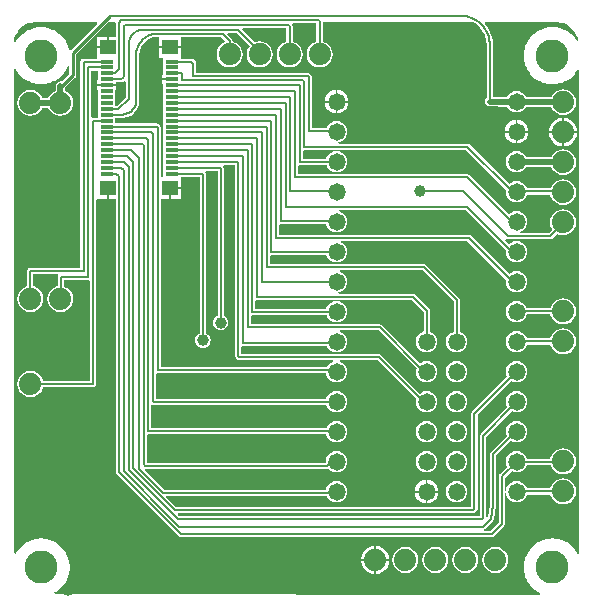
<source format=gtl>
G04*
G04 #@! TF.GenerationSoftware,Altium Limited,Altium Designer,21.6.1 (37)*
G04*
G04 Layer_Physical_Order=1*
G04 Layer_Color=255*
%FSLAX25Y25*%
%MOIN*%
G70*
G04*
G04 #@! TF.SameCoordinates,3D0E8F73-5774-4D33-84BA-408F2C82BF8C*
G04*
G04*
G04 #@! TF.FilePolarity,Positive*
G04*
G01*
G75*
%ADD24C,0.00787*%
%ADD25R,0.04331X0.01181*%
%ADD26R,0.05197X0.05118*%
%ADD27C,0.02000*%
%ADD28C,0.01000*%
%ADD29C,0.07400*%
%ADD30C,0.11024*%
%ADD31C,0.05800*%
%ADD32C,0.02362*%
%ADD33C,0.03937*%
G36*
X31734Y194120D02*
X22878Y185264D01*
X22339Y185411D01*
X22249Y185860D01*
X22122Y186234D01*
X22020Y186617D01*
X21604Y187620D01*
X21406Y187963D01*
X21231Y188317D01*
X20628Y189220D01*
X20367Y189518D01*
X20126Y189831D01*
X19358Y190599D01*
X19045Y190840D01*
X18747Y191101D01*
X17844Y191704D01*
X17490Y191879D01*
X17147Y192077D01*
X16144Y192493D01*
X15761Y192595D01*
X15387Y192722D01*
X14322Y192934D01*
X13927Y192960D01*
X13535Y193011D01*
X12449D01*
X12057Y192960D01*
X11662Y192934D01*
X10597Y192722D01*
X10222Y192595D01*
X9840Y192493D01*
X8837Y192077D01*
X8494Y191879D01*
X8140Y191704D01*
X7237Y191101D01*
X6939Y190840D01*
X6626Y190599D01*
X5858Y189831D01*
X5617Y189518D01*
X5356Y189220D01*
X4753Y188317D01*
X4578Y187962D01*
X4533Y187885D01*
X4033Y188019D01*
X4033Y188116D01*
X4151Y189015D01*
X4386Y189891D01*
X4733Y190728D01*
X5187Y191514D01*
X5738Y192233D01*
X6380Y192874D01*
X7099Y193426D01*
X7885Y193880D01*
X8722Y194227D01*
X9598Y194462D01*
X10497Y194580D01*
X10951Y194580D01*
X10951Y194580D01*
X10951Y194580D01*
X31543Y194582D01*
X31734Y194120D01*
D02*
G37*
G36*
X32078Y175213D02*
X31677D01*
Y173922D01*
X34843D01*
X38008D01*
Y174577D01*
X39490D01*
Y174557D01*
X40272Y174713D01*
X40687Y174990D01*
X41187Y174723D01*
Y171548D01*
Y169565D01*
X38383Y166761D01*
X37609D01*
Y172031D01*
X38008D01*
Y173322D01*
X34843D01*
X31677D01*
Y172031D01*
X32078D01*
Y170463D01*
Y166525D01*
Y162824D01*
X30315D01*
X30253Y162812D01*
X29753Y163186D01*
Y178515D01*
X32078D01*
Y175213D01*
D02*
G37*
G36*
X186319Y194474D02*
X187249Y194225D01*
X188138Y193856D01*
X188971Y193375D01*
X189735Y192789D01*
X190415Y192108D01*
X191001Y191345D01*
X191483Y190511D01*
X191851Y189622D01*
X192100Y188692D01*
X192111Y188608D01*
X191631Y188427D01*
X191101Y189220D01*
X190840Y189518D01*
X190599Y189831D01*
X189831Y190599D01*
X189518Y190840D01*
X189220Y191101D01*
X188317Y191704D01*
X187962Y191879D01*
X187620Y192077D01*
X186617Y192493D01*
X186234Y192595D01*
X185860Y192722D01*
X184795Y192934D01*
X184400Y192960D01*
X184008Y193011D01*
X182922D01*
X182530Y192960D01*
X182135Y192934D01*
X181070Y192722D01*
X180695Y192595D01*
X180313Y192493D01*
X179310Y192077D01*
X178967Y191879D01*
X178613Y191704D01*
X177710Y191101D01*
X177412Y190840D01*
X177099Y190599D01*
X176331Y189831D01*
X176090Y189518D01*
X175829Y189220D01*
X175226Y188317D01*
X175051Y187962D01*
X174853Y187620D01*
X174437Y186617D01*
X174335Y186234D01*
X174208Y185860D01*
X173996Y184795D01*
X173970Y184400D01*
X173918Y184008D01*
Y182922D01*
X173970Y182530D01*
X173996Y182135D01*
X174208Y181070D01*
X174335Y180695D01*
X174437Y180313D01*
X174853Y179310D01*
X175051Y178967D01*
X175226Y178613D01*
X175829Y177710D01*
X176090Y177412D01*
X176331Y177099D01*
X177099Y176331D01*
X177412Y176090D01*
X177710Y175829D01*
X178613Y175226D01*
X178967Y175051D01*
X179310Y174853D01*
X180313Y174437D01*
X180695Y174335D01*
X181070Y174208D01*
X182135Y173996D01*
X182530Y173970D01*
X182922Y173918D01*
X184008D01*
X184400Y173970D01*
X184795Y173996D01*
X185860Y174208D01*
X186234Y174335D01*
X186617Y174437D01*
X187620Y174853D01*
X187963Y175051D01*
X188317Y175226D01*
X189220Y175829D01*
X189518Y176090D01*
X189831Y176331D01*
X190599Y177099D01*
X190840Y177412D01*
X191101Y177710D01*
X191704Y178613D01*
X191738Y178682D01*
X192238Y178565D01*
X192473Y17461D01*
X191973Y17327D01*
X191879Y17490D01*
X191704Y17844D01*
X191101Y18747D01*
X190840Y19045D01*
X190599Y19358D01*
X189831Y20126D01*
X189518Y20367D01*
X189220Y20628D01*
X188317Y21231D01*
X187962Y21406D01*
X187620Y21604D01*
X186617Y22020D01*
X186234Y22122D01*
X185860Y22249D01*
X184795Y22461D01*
X184400Y22487D01*
X184008Y22538D01*
X182922D01*
X182530Y22487D01*
X182135Y22461D01*
X181070Y22249D01*
X180695Y22122D01*
X180313Y22020D01*
X179310Y21604D01*
X178967Y21406D01*
X178613Y21231D01*
X177710Y20628D01*
X177412Y20367D01*
X177099Y20126D01*
X176331Y19358D01*
X176090Y19045D01*
X175829Y18747D01*
X175226Y17844D01*
X175051Y17490D01*
X174853Y17147D01*
X174437Y16144D01*
X174335Y15762D01*
X174208Y15387D01*
X173996Y14322D01*
X173970Y13927D01*
X173918Y13535D01*
Y12449D01*
X173970Y12057D01*
X173996Y11662D01*
X174208Y10597D01*
X174335Y10222D01*
X174437Y9840D01*
X174853Y8837D01*
X175051Y8494D01*
X175226Y8140D01*
X175829Y7237D01*
X176090Y6939D01*
X176331Y6626D01*
X177099Y5858D01*
X177412Y5617D01*
X177710Y5356D01*
X178613Y4753D01*
X178967Y4578D01*
X179310Y4380D01*
X179404Y4341D01*
X179304Y3841D01*
X17537Y4028D01*
X17404Y4528D01*
X17490Y4578D01*
X17844Y4753D01*
X18747Y5356D01*
X19045Y5617D01*
X19358Y5858D01*
X20126Y6626D01*
X20367Y6939D01*
X20628Y7237D01*
X21231Y8140D01*
X21406Y8495D01*
X21604Y8837D01*
X22020Y9840D01*
X22122Y10222D01*
X22249Y10597D01*
X22461Y11662D01*
X22487Y12057D01*
X22538Y12449D01*
Y13535D01*
X22487Y13927D01*
X22461Y14322D01*
X22249Y15387D01*
X22122Y15762D01*
X22020Y16144D01*
X21604Y17147D01*
X21406Y17490D01*
X21231Y17844D01*
X20628Y18747D01*
X20367Y19045D01*
X20126Y19358D01*
X19358Y20126D01*
X19045Y20367D01*
X18747Y20628D01*
X17844Y21231D01*
X17490Y21406D01*
X17147Y21604D01*
X16144Y22020D01*
X15761Y22122D01*
X15387Y22249D01*
X14322Y22461D01*
X13927Y22487D01*
X13535Y22538D01*
X12449D01*
X12057Y22487D01*
X11662Y22461D01*
X10597Y22249D01*
X10222Y22122D01*
X9840Y22020D01*
X8837Y21604D01*
X8494Y21406D01*
X8140Y21231D01*
X7237Y20628D01*
X6939Y20367D01*
X6626Y20126D01*
X5858Y19358D01*
X5617Y19045D01*
X5356Y18747D01*
X4753Y17844D01*
X4578Y17490D01*
X4536Y17417D01*
X4036Y17551D01*
X4033Y178911D01*
X4533Y179045D01*
X4578Y178967D01*
X4753Y178613D01*
X5356Y177710D01*
X5617Y177412D01*
X5858Y177099D01*
X6626Y176331D01*
X6939Y176090D01*
X7237Y175829D01*
X8140Y175226D01*
X8495Y175051D01*
X8837Y174853D01*
X9840Y174437D01*
X10222Y174335D01*
X10597Y174208D01*
X11662Y173996D01*
X12057Y173970D01*
X12449Y173918D01*
X13535D01*
X13927Y173970D01*
X14322Y173996D01*
X15387Y174208D01*
X15762Y174335D01*
X16144Y174437D01*
X17147Y174853D01*
X17490Y175051D01*
X17844Y175226D01*
X18747Y175829D01*
X19045Y176090D01*
X19358Y176331D01*
X20126Y177099D01*
X20367Y177412D01*
X20628Y177710D01*
X21231Y178613D01*
X21406Y178967D01*
X21604Y179310D01*
X21879Y179973D01*
X22378Y179873D01*
Y177365D01*
X19870Y174856D01*
X19493Y174934D01*
X18868Y174813D01*
X18336Y174463D01*
X17980Y173936D01*
X17852Y173312D01*
X17842Y171706D01*
X17280Y171473D01*
X16382Y170784D01*
X15693Y169886D01*
X15480Y169372D01*
X13412Y169385D01*
X13205Y169886D01*
X12516Y170784D01*
X11618Y171473D01*
X10571Y171906D01*
X9449Y172054D01*
X8326Y171906D01*
X7281Y171473D01*
X6382Y170784D01*
X5693Y169886D01*
X5260Y168840D01*
X5112Y167717D01*
X5260Y166595D01*
X5693Y165549D01*
X6382Y164650D01*
X7281Y163961D01*
X8326Y163528D01*
X9449Y163380D01*
X10571Y163528D01*
X11618Y163961D01*
X12516Y164650D01*
X13205Y165549D01*
X13443Y166122D01*
X15460Y166110D01*
X15693Y165549D01*
X16382Y164650D01*
X17280Y163961D01*
X18327Y163528D01*
X19449Y163380D01*
X20572Y163528D01*
X21618Y163961D01*
X22516Y164650D01*
X23205Y165549D01*
X23638Y166595D01*
X23786Y167717D01*
X23638Y168840D01*
X23205Y169886D01*
X22516Y170784D01*
X21618Y171473D01*
X21104Y171686D01*
X21112Y172926D01*
X24293Y176107D01*
X24293Y176107D01*
X24536Y176471D01*
X24622Y176900D01*
X24622Y176900D01*
Y183835D01*
X35369Y194583D01*
X37516Y194583D01*
X37987Y194083D01*
Y189779D01*
X35576D01*
Y186220D01*
X35276D01*
Y185920D01*
X31677D01*
Y182661D01*
X31240Y182509D01*
X27165D01*
X26777Y182432D01*
X26449Y182212D01*
X26229Y181884D01*
X26152Y181496D01*
Y112824D01*
X9449D01*
X9061Y112747D01*
X8733Y112527D01*
X8513Y112199D01*
X8436Y111811D01*
Y106566D01*
X8326Y106551D01*
X7281Y106118D01*
X6382Y105429D01*
X5693Y104531D01*
X5260Y103484D01*
X5112Y102362D01*
X5260Y101240D01*
X5693Y100193D01*
X6382Y99295D01*
X7281Y98606D01*
X8326Y98173D01*
X9449Y98025D01*
X10571Y98173D01*
X11618Y98606D01*
X12516Y99295D01*
X13205Y100193D01*
X13638Y101240D01*
X13786Y102362D01*
X13638Y103484D01*
X13205Y104531D01*
X12516Y105429D01*
X11618Y106118D01*
X10571Y106551D01*
X10462Y106566D01*
Y110798D01*
X18527D01*
X18794Y110298D01*
X18749Y110231D01*
X18672Y109843D01*
Y106597D01*
X18327Y106551D01*
X17280Y106118D01*
X16382Y105429D01*
X15693Y104531D01*
X15260Y103484D01*
X15112Y102362D01*
X15260Y101240D01*
X15693Y100193D01*
X16382Y99295D01*
X17280Y98606D01*
X18327Y98173D01*
X19449Y98025D01*
X20572Y98173D01*
X21618Y98606D01*
X22516Y99295D01*
X23205Y100193D01*
X23638Y101240D01*
X23786Y102362D01*
X23638Y103484D01*
X23205Y104531D01*
X22516Y105429D01*
X21618Y106118D01*
X20698Y106499D01*
Y108830D01*
X28740D01*
X28802Y108842D01*
X29302Y108468D01*
Y75029D01*
X13653D01*
X13638Y75138D01*
X13205Y76185D01*
X12516Y77083D01*
X11618Y77772D01*
X10571Y78205D01*
X9449Y78353D01*
X8326Y78205D01*
X7281Y77772D01*
X6382Y77083D01*
X5693Y76185D01*
X5260Y75138D01*
X5112Y74016D01*
X5260Y72894D01*
X5693Y71847D01*
X6382Y70949D01*
X7281Y70260D01*
X8326Y69827D01*
X9449Y69679D01*
X10571Y69827D01*
X11618Y70260D01*
X12516Y70949D01*
X13205Y71847D01*
X13638Y72894D01*
X13653Y73003D01*
X30315D01*
X30703Y73080D01*
X31031Y73300D01*
X31251Y73628D01*
X31328Y74016D01*
Y135456D01*
X31677Y135811D01*
X34976D01*
Y139370D01*
X35576D01*
Y135811D01*
X37887D01*
Y44698D01*
X37964Y44311D01*
X38184Y43982D01*
X58882Y23284D01*
X59211Y23064D01*
X59598Y22987D01*
X163200D01*
X163588Y23064D01*
X163916Y23284D01*
X167216Y26584D01*
X167436Y26912D01*
X167513Y27300D01*
Y37717D01*
X168013Y37750D01*
X168086Y37196D01*
X168439Y36345D01*
X169000Y35614D01*
X169731Y35053D01*
X170582Y34700D01*
X171496Y34580D01*
X172410Y34700D01*
X173261Y35053D01*
X173992Y35614D01*
X174553Y36345D01*
X174897Y37176D01*
X182804D01*
X182819Y37067D01*
X183252Y36020D01*
X183941Y35122D01*
X184839Y34433D01*
X185886Y34000D01*
X187008Y33852D01*
X188130Y34000D01*
X189176Y34433D01*
X190075Y35122D01*
X190764Y36020D01*
X191197Y37067D01*
X191345Y38189D01*
X191197Y39312D01*
X190764Y40358D01*
X190075Y41256D01*
X189176Y41945D01*
X188130Y42378D01*
X187008Y42526D01*
X185886Y42378D01*
X184839Y41945D01*
X183941Y41256D01*
X183252Y40358D01*
X182819Y39312D01*
X182804Y39202D01*
X174832D01*
X174553Y39875D01*
X173992Y40606D01*
X173261Y41167D01*
X172410Y41520D01*
X171496Y41640D01*
X170582Y41520D01*
X169731Y41167D01*
X169000Y40606D01*
X168439Y39875D01*
X168086Y39024D01*
X168013Y38470D01*
X167513Y38503D01*
Y42694D01*
X169830Y45011D01*
X170582Y44700D01*
X171496Y44580D01*
X172410Y44700D01*
X173261Y45053D01*
X173992Y45614D01*
X174553Y46345D01*
X174832Y47019D01*
X182838D01*
X183252Y46020D01*
X183941Y45122D01*
X184839Y44433D01*
X185886Y44000D01*
X187008Y43852D01*
X188130Y44000D01*
X189176Y44433D01*
X190075Y45122D01*
X190764Y46020D01*
X191197Y47067D01*
X191345Y48189D01*
X191197Y49312D01*
X190764Y50358D01*
X190075Y51256D01*
X189176Y51945D01*
X188130Y52378D01*
X187008Y52526D01*
X185886Y52378D01*
X184839Y51945D01*
X183941Y51256D01*
X183252Y50358D01*
X182819Y49312D01*
X182784Y49045D01*
X174897D01*
X174553Y49875D01*
X173992Y50606D01*
X173261Y51167D01*
X172410Y51520D01*
X171496Y51640D01*
X170582Y51520D01*
X169731Y51167D01*
X169000Y50606D01*
X168439Y49875D01*
X168086Y49024D01*
X167966Y48110D01*
X168086Y47196D01*
X168398Y46444D01*
X166085Y44132D01*
X165784Y43930D01*
X165564Y43602D01*
X165487Y43214D01*
Y27720D01*
X162780Y25013D01*
X160582D01*
X160532Y25513D01*
X160788Y25564D01*
X161116Y25784D01*
X163557Y28225D01*
X163622Y28321D01*
X163702Y28406D01*
X163731Y28484D01*
X163777Y28553D01*
X163800Y28668D01*
X163841Y28776D01*
X164610Y33455D01*
X164608Y33538D01*
X164624Y33620D01*
Y50199D01*
X169588Y55163D01*
X169731Y55053D01*
X170582Y54700D01*
X171496Y54580D01*
X172410Y54700D01*
X173261Y55053D01*
X173992Y55614D01*
X174553Y56345D01*
X174906Y57196D01*
X175026Y58110D01*
X174906Y59024D01*
X174553Y59875D01*
X173992Y60606D01*
X173261Y61167D01*
X172410Y61520D01*
X171496Y61640D01*
X170582Y61520D01*
X169731Y61167D01*
X169000Y60606D01*
X168439Y59875D01*
X168086Y59024D01*
X167966Y58110D01*
X168086Y57196D01*
X168282Y56723D01*
X162894Y51335D01*
X162675Y51006D01*
X162598Y50619D01*
Y33703D01*
X161937Y29690D01*
X161749Y29559D01*
X161249Y29820D01*
Y56273D01*
X169941Y64966D01*
X170582Y64700D01*
X171496Y64580D01*
X172410Y64700D01*
X173261Y65053D01*
X173992Y65614D01*
X174553Y66345D01*
X174906Y67196D01*
X175026Y68110D01*
X174906Y69024D01*
X174553Y69875D01*
X173992Y70606D01*
X173261Y71167D01*
X172410Y71520D01*
X171496Y71640D01*
X170582Y71520D01*
X169731Y71167D01*
X169000Y70606D01*
X168439Y69875D01*
X168086Y69024D01*
X167966Y68110D01*
X168086Y67196D01*
X168439Y66345D01*
X168446Y66336D01*
X159520Y57409D01*
X159300Y57081D01*
X159223Y56693D01*
Y30013D01*
X58942D01*
X58530Y30425D01*
X58722Y30887D01*
X157074D01*
X157461Y30964D01*
X157790Y31184D01*
X158196Y31590D01*
X158416Y31919D01*
X158493Y32306D01*
Y63753D01*
X169774Y75035D01*
X170582Y74700D01*
X171496Y74580D01*
X172410Y74700D01*
X173261Y75053D01*
X173992Y75614D01*
X174553Y76345D01*
X174906Y77196D01*
X175026Y78110D01*
X174906Y79024D01*
X174553Y79875D01*
X173992Y80606D01*
X173261Y81167D01*
X172410Y81520D01*
X171496Y81640D01*
X170582Y81520D01*
X169731Y81167D01*
X169000Y80606D01*
X168439Y79875D01*
X168086Y79024D01*
X167966Y78110D01*
X168086Y77196D01*
X168374Y76500D01*
X156764Y64889D01*
X156544Y64561D01*
X156467Y64173D01*
Y32913D01*
X58004D01*
X54598Y36320D01*
X54789Y36782D01*
X108258D01*
X108439Y36345D01*
X109000Y35614D01*
X109731Y35053D01*
X110582Y34700D01*
X111496Y34580D01*
X112410Y34700D01*
X113261Y35053D01*
X113992Y35614D01*
X114553Y36345D01*
X114906Y37196D01*
X115026Y38110D01*
X114906Y39024D01*
X114553Y39875D01*
X113992Y40606D01*
X113261Y41167D01*
X112410Y41520D01*
X111496Y41640D01*
X110582Y41520D01*
X109731Y41167D01*
X109000Y40606D01*
X108439Y39875D01*
X108086Y39024D01*
X108058Y38808D01*
X54071D01*
X47599Y45280D01*
X47642Y45488D01*
X47816Y45770D01*
X108200D01*
X108588Y45847D01*
X108742Y45950D01*
X109000Y45614D01*
X109731Y45053D01*
X110582Y44700D01*
X111496Y44580D01*
X112410Y44700D01*
X113261Y45053D01*
X113992Y45614D01*
X114553Y46345D01*
X114906Y47196D01*
X115026Y48110D01*
X114906Y49024D01*
X114553Y49875D01*
X113992Y50606D01*
X113261Y51167D01*
X112410Y51520D01*
X111496Y51640D01*
X110582Y51520D01*
X109731Y51167D01*
X109000Y50606D01*
X108439Y49875D01*
X108086Y49024D01*
X107966Y48110D01*
X107563Y47797D01*
X48226D01*
Y48882D01*
Y56993D01*
X48369Y57117D01*
X48726Y57311D01*
X49006Y57255D01*
X108078D01*
X108086Y57196D01*
X108439Y56345D01*
X109000Y55614D01*
X109731Y55053D01*
X110582Y54700D01*
X111496Y54580D01*
X112410Y54700D01*
X113261Y55053D01*
X113992Y55614D01*
X114553Y56345D01*
X114906Y57196D01*
X115026Y58110D01*
X114906Y59024D01*
X114553Y59875D01*
X113992Y60606D01*
X113261Y61167D01*
X112410Y61520D01*
X111496Y61640D01*
X110582Y61520D01*
X109731Y61167D01*
X109000Y60606D01*
X108439Y59875D01*
X108193Y59281D01*
X49613D01*
Y66977D01*
X50113Y67244D01*
X50219Y67174D01*
X50606Y67097D01*
X108127D01*
X108439Y66345D01*
X109000Y65614D01*
X109731Y65053D01*
X110582Y64700D01*
X111496Y64580D01*
X112410Y64700D01*
X113261Y65053D01*
X113992Y65614D01*
X114553Y66345D01*
X114906Y67196D01*
X115026Y68110D01*
X114906Y69024D01*
X114553Y69875D01*
X113992Y70606D01*
X113261Y71167D01*
X112410Y71520D01*
X111496Y71640D01*
X110582Y71520D01*
X109731Y71167D01*
X109000Y70606D01*
X108439Y69875D01*
X108127Y69123D01*
X51213D01*
Y77461D01*
X51713Y77776D01*
X51900Y77739D01*
X108015D01*
X108086Y77196D01*
X108439Y76345D01*
X109000Y75614D01*
X109731Y75053D01*
X110582Y74700D01*
X111496Y74580D01*
X112410Y74700D01*
X113261Y75053D01*
X113992Y75614D01*
X114553Y76345D01*
X114906Y77196D01*
X115026Y78110D01*
X114906Y79024D01*
X114553Y79875D01*
X113992Y80606D01*
X113261Y81167D01*
X112410Y81520D01*
X112525Y81987D01*
X125241D01*
X138121Y69107D01*
X138086Y69024D01*
X137966Y68110D01*
X138086Y67196D01*
X138439Y66345D01*
X139000Y65614D01*
X139731Y65053D01*
X140582Y64700D01*
X141496Y64580D01*
X142410Y64700D01*
X143261Y65053D01*
X143992Y65614D01*
X144553Y66345D01*
X144906Y67196D01*
X145026Y68110D01*
X144906Y69024D01*
X144553Y69875D01*
X143992Y70606D01*
X143261Y71167D01*
X142410Y71520D01*
X141496Y71640D01*
X140582Y71520D01*
X139731Y71167D01*
X139276Y70818D01*
X126581Y83513D01*
X126377Y83716D01*
X126049Y83936D01*
X125661Y84013D01*
X79753D01*
Y86420D01*
X80253Y86794D01*
X80315Y86782D01*
X108258D01*
X108439Y86345D01*
X109000Y85614D01*
X109731Y85053D01*
X110582Y84700D01*
X111496Y84580D01*
X112410Y84700D01*
X113261Y85053D01*
X113992Y85614D01*
X114553Y86345D01*
X114906Y87196D01*
X115026Y88110D01*
X114906Y89024D01*
X114553Y89875D01*
X113992Y90606D01*
X113261Y91167D01*
X112700Y91400D01*
X112799Y91900D01*
X125564D01*
X138190Y79275D01*
X138086Y79024D01*
X137966Y78110D01*
X138086Y77196D01*
X138439Y76345D01*
X139000Y75614D01*
X139731Y75053D01*
X140582Y74700D01*
X141496Y74580D01*
X142410Y74700D01*
X143261Y75053D01*
X143992Y75614D01*
X144553Y76345D01*
X144906Y77196D01*
X145026Y78110D01*
X144906Y79024D01*
X144553Y79875D01*
X143992Y80606D01*
X143261Y81167D01*
X142410Y81520D01*
X141496Y81640D01*
X140582Y81520D01*
X139731Y81167D01*
X139410Y80921D01*
X126700Y93629D01*
X126372Y93849D01*
X125984Y93926D01*
X82903D01*
Y96657D01*
X83403Y97031D01*
X83465Y97019D01*
X108160D01*
X108439Y96345D01*
X109000Y95614D01*
X109731Y95053D01*
X110582Y94700D01*
X111496Y94580D01*
X112410Y94700D01*
X113261Y95053D01*
X113992Y95614D01*
X114553Y96345D01*
X114906Y97196D01*
X115026Y98110D01*
X114906Y99024D01*
X114553Y99875D01*
X113992Y100606D01*
X113261Y101167D01*
X112410Y101520D01*
X111496Y101640D01*
X110582Y101520D01*
X109731Y101167D01*
X109000Y100606D01*
X108439Y99875D01*
X108095Y99045D01*
X84478D01*
Y101774D01*
X84978Y102149D01*
X85039Y102137D01*
X136588D01*
X140719Y98005D01*
Y91538D01*
X140582Y91520D01*
X139731Y91167D01*
X139000Y90606D01*
X138439Y89875D01*
X138086Y89024D01*
X137966Y88110D01*
X138086Y87196D01*
X138439Y86345D01*
X139000Y85614D01*
X139731Y85053D01*
X140582Y84700D01*
X141496Y84580D01*
X142410Y84700D01*
X143261Y85053D01*
X143992Y85614D01*
X144553Y86345D01*
X144906Y87196D01*
X145026Y88110D01*
X144906Y89024D01*
X144553Y89875D01*
X143992Y90606D01*
X143261Y91167D01*
X142745Y91381D01*
Y98425D01*
X142707Y98618D01*
X142668Y98813D01*
X142668Y98813D01*
X142668Y98813D01*
X142548Y98993D01*
X142448Y99141D01*
X142448Y99141D01*
X142448Y99141D01*
X137724Y103866D01*
X137724Y103866D01*
X137724Y103866D01*
X137579Y103963D01*
X137396Y104086D01*
X137396Y104086D01*
X137396Y104086D01*
X137220Y104121D01*
X137008Y104163D01*
X137008Y104163D01*
X137008Y104163D01*
X112162D01*
X112129Y104663D01*
X112410Y104700D01*
X113261Y105053D01*
X113992Y105614D01*
X114553Y106345D01*
X114906Y107196D01*
X115026Y108110D01*
X114906Y109024D01*
X114553Y109875D01*
X113992Y110606D01*
X113261Y111167D01*
X112509Y111479D01*
X112608Y111979D01*
X140131D01*
X150562Y101549D01*
Y91511D01*
X149731Y91167D01*
X149000Y90606D01*
X148439Y89875D01*
X148086Y89024D01*
X147966Y88110D01*
X148086Y87196D01*
X148439Y86345D01*
X149000Y85614D01*
X149731Y85053D01*
X150582Y84700D01*
X151496Y84580D01*
X152410Y84700D01*
X153261Y85053D01*
X153992Y85614D01*
X154553Y86345D01*
X154906Y87196D01*
X155026Y88110D01*
X154906Y89024D01*
X154553Y89875D01*
X153992Y90606D01*
X153261Y91167D01*
X152588Y91446D01*
Y101969D01*
X152511Y102357D01*
X152511Y102357D01*
X152511Y102357D01*
X152423Y102489D01*
X152291Y102685D01*
X152291Y102685D01*
X141267Y113708D01*
X140939Y113928D01*
X140551Y114005D01*
X89202D01*
Y116735D01*
X89702Y117109D01*
X89764Y117097D01*
X108127D01*
X108439Y116345D01*
X109000Y115614D01*
X109731Y115053D01*
X110582Y114700D01*
X111496Y114580D01*
X112410Y114700D01*
X113261Y115053D01*
X113992Y115614D01*
X114553Y116345D01*
X114906Y117196D01*
X115026Y118110D01*
X114906Y119024D01*
X114553Y119875D01*
X113992Y120606D01*
X113261Y121167D01*
X112888Y121322D01*
X112987Y121822D01*
X155092D01*
X168063Y108850D01*
X167966Y108110D01*
X168086Y107196D01*
X168439Y106345D01*
X169000Y105614D01*
X169731Y105053D01*
X170582Y104700D01*
X171496Y104580D01*
X172410Y104700D01*
X173261Y105053D01*
X173992Y105614D01*
X174553Y106345D01*
X174906Y107196D01*
X175026Y108110D01*
X174906Y109024D01*
X174553Y109875D01*
X173992Y110606D01*
X173261Y111167D01*
X172410Y111520D01*
X171496Y111640D01*
X170582Y111520D01*
X169731Y111167D01*
X169098Y110681D01*
X156228Y123551D01*
X156228Y123551D01*
X155900Y123771D01*
X155900Y123771D01*
X155512Y123848D01*
X92352D01*
Y126970D01*
X92852Y127345D01*
X92913Y127333D01*
X108068D01*
X108086Y127196D01*
X108439Y126345D01*
X109000Y125614D01*
X109731Y125053D01*
X110582Y124700D01*
X111496Y124580D01*
X112410Y124700D01*
X113261Y125053D01*
X113992Y125614D01*
X114553Y126345D01*
X114906Y127196D01*
X115026Y128110D01*
X114906Y129024D01*
X114553Y129875D01*
X113992Y130606D01*
X113261Y131167D01*
X112410Y131520D01*
X112122Y131558D01*
X112154Y132058D01*
X154698D01*
X168045Y118711D01*
X167966Y118110D01*
X168086Y117196D01*
X168439Y116345D01*
X169000Y115614D01*
X169731Y115053D01*
X170582Y114700D01*
X171496Y114580D01*
X172410Y114700D01*
X173261Y115053D01*
X173992Y115614D01*
X174553Y116345D01*
X174906Y117196D01*
X175026Y118110D01*
X174906Y119024D01*
X174553Y119875D01*
X173992Y120606D01*
X173261Y121167D01*
X172410Y121520D01*
X171496Y121640D01*
X170582Y121520D01*
X169731Y121167D01*
X169009Y120613D01*
X167559Y122063D01*
X167877Y122452D01*
X168116Y122292D01*
X168504Y122215D01*
X182677D01*
X182677Y122215D01*
X182677Y122215D01*
X182857Y122251D01*
X183065Y122292D01*
X183065Y122292D01*
X183065Y122292D01*
X183230Y122403D01*
X183393Y122512D01*
X183394Y122512D01*
X183394Y122512D01*
X185008Y124127D01*
X185886Y123764D01*
X187008Y123616D01*
X188130Y123764D01*
X189176Y124197D01*
X190075Y124886D01*
X190764Y125784D01*
X191197Y126830D01*
X191345Y127953D01*
X191197Y129076D01*
X190764Y130122D01*
X190075Y131020D01*
X189176Y131709D01*
X188130Y132142D01*
X187008Y132290D01*
X185886Y132142D01*
X184839Y131709D01*
X183941Y131020D01*
X183252Y130122D01*
X182819Y129076D01*
X182671Y127953D01*
X182819Y126830D01*
X183252Y125784D01*
X183490Y125474D01*
X182257Y124241D01*
X172608D01*
X172509Y124741D01*
X173261Y125053D01*
X173992Y125614D01*
X174553Y126345D01*
X174906Y127196D01*
X175026Y128110D01*
X174906Y129024D01*
X174553Y129875D01*
X173992Y130606D01*
X173261Y131167D01*
X172410Y131520D01*
X171496Y131640D01*
X170582Y131520D01*
X169731Y131167D01*
X169000Y130606D01*
X168866Y130597D01*
X155834Y143629D01*
X155506Y143849D01*
X155118Y143926D01*
X98651D01*
Y146657D01*
X99151Y147031D01*
X99213Y147019D01*
X108160D01*
X108439Y146345D01*
X109000Y145614D01*
X109731Y145053D01*
X110582Y144700D01*
X111496Y144580D01*
X112410Y144700D01*
X113261Y145053D01*
X113992Y145614D01*
X114553Y146345D01*
X114906Y147196D01*
X115026Y148110D01*
X114906Y149024D01*
X114553Y149875D01*
X113992Y150606D01*
X113261Y151167D01*
X112410Y151520D01*
X111496Y151640D01*
X110582Y151520D01*
X109731Y151167D01*
X109000Y150606D01*
X108439Y149875D01*
X108095Y149045D01*
X100226D01*
Y151774D01*
X100726Y152149D01*
X100787Y152137D01*
X154698D01*
X168054Y138780D01*
X167966Y138110D01*
X168086Y137196D01*
X168439Y136345D01*
X169000Y135614D01*
X169731Y135053D01*
X170582Y134700D01*
X171496Y134580D01*
X172410Y134700D01*
X173261Y135053D01*
X173992Y135614D01*
X174553Y136345D01*
X174897Y137176D01*
X182773D01*
X182819Y136830D01*
X183252Y135784D01*
X183941Y134886D01*
X184839Y134197D01*
X185886Y133764D01*
X187008Y133616D01*
X188130Y133764D01*
X189176Y134197D01*
X190075Y134886D01*
X190764Y135784D01*
X191197Y136830D01*
X191345Y137953D01*
X191197Y139076D01*
X190764Y140122D01*
X190075Y141020D01*
X189176Y141709D01*
X188130Y142142D01*
X187008Y142290D01*
X185886Y142142D01*
X184839Y141709D01*
X183941Y141020D01*
X183252Y140122D01*
X182871Y139202D01*
X174832D01*
X174553Y139875D01*
X173992Y140606D01*
X173261Y141167D01*
X172410Y141520D01*
X171496Y141640D01*
X170582Y141520D01*
X169731Y141167D01*
X169053Y140647D01*
X155834Y153866D01*
X155834Y153866D01*
X155506Y154086D01*
X155506Y154086D01*
X155118Y154163D01*
X112162D01*
X112129Y154663D01*
X112410Y154700D01*
X113261Y155053D01*
X113992Y155614D01*
X114553Y156345D01*
X114906Y157196D01*
X115026Y158110D01*
X114906Y159024D01*
X114553Y159875D01*
X113992Y160606D01*
X113261Y161167D01*
X112410Y161520D01*
X111496Y161640D01*
X110582Y161520D01*
X109731Y161167D01*
X109000Y160606D01*
X108439Y159875D01*
X108193Y159281D01*
X103375D01*
Y176365D01*
X103298Y176753D01*
X103078Y177082D01*
X102672Y177488D01*
X102343Y177708D01*
X101956Y177785D01*
X64793D01*
Y180804D01*
X64716Y181192D01*
X64496Y181521D01*
X63804Y182212D01*
X63475Y182432D01*
X63088Y182509D01*
X60099D01*
X59662Y182661D01*
Y185920D01*
X56063D01*
X52464D01*
Y182661D01*
X53730D01*
Y180306D01*
Y177181D01*
X53330D01*
Y175890D01*
X56496D01*
Y175290D01*
X53330D01*
Y174000D01*
X53730D01*
Y170463D01*
Y166525D01*
Y162589D01*
Y158651D01*
Y154715D01*
Y150777D01*
Y146841D01*
Y142929D01*
X52913D01*
Y159437D01*
X52836Y159824D01*
X52616Y160153D01*
X52210Y160559D01*
X51881Y160779D01*
X51494Y160856D01*
X37609D01*
Y162766D01*
X40022D01*
Y162736D01*
X41514Y162932D01*
X42904Y163508D01*
X44098Y164424D01*
X45014Y165618D01*
X45590Y167008D01*
X45786Y168500D01*
X45756D01*
Y181339D01*
Y183719D01*
X45757D01*
X45876Y184931D01*
X46230Y186097D01*
X46804Y187170D01*
X47576Y188112D01*
X48518Y188884D01*
X49591Y189458D01*
X50324Y189680D01*
X50342Y189667D01*
X50426Y189702D01*
X50897Y189725D01*
X52464D01*
Y186520D01*
X56063D01*
X59662D01*
Y189725D01*
X73097D01*
X74372Y188451D01*
X74266Y187874D01*
X74254Y187861D01*
X73658Y187614D01*
X72760Y186925D01*
X72071Y186027D01*
X71637Y184981D01*
X71490Y183858D01*
X71637Y182736D01*
X72071Y181690D01*
X72760Y180791D01*
X73658Y180102D01*
X74704Y179669D01*
X75827Y179521D01*
X76949Y179669D01*
X77995Y180102D01*
X78894Y180791D01*
X79583Y181690D01*
X80016Y182736D01*
X80164Y183858D01*
X80016Y184981D01*
X79583Y186027D01*
X78894Y186925D01*
X77995Y187614D01*
X76949Y188048D01*
X76840Y188062D01*
Y188429D01*
X76763Y188816D01*
X76543Y189145D01*
X75037Y190651D01*
X75229Y191113D01*
X78320D01*
X82651Y186783D01*
X82071Y186027D01*
X81638Y184981D01*
X81490Y183858D01*
X81638Y182736D01*
X82071Y181690D01*
X82760Y180791D01*
X83658Y180102D01*
X84704Y179669D01*
X85827Y179521D01*
X86949Y179669D01*
X87995Y180102D01*
X88894Y180791D01*
X89583Y181690D01*
X90016Y182736D01*
X90164Y183858D01*
X90016Y184981D01*
X89583Y186027D01*
X88894Y186925D01*
X87995Y187614D01*
X86949Y188048D01*
X85827Y188195D01*
X84704Y188048D01*
X84384Y187915D01*
X80073Y192226D01*
X80265Y192688D01*
X94814D01*
Y188062D01*
X94704Y188048D01*
X93658Y187614D01*
X92760Y186925D01*
X92071Y186027D01*
X91637Y184981D01*
X91490Y183858D01*
X91637Y182736D01*
X92071Y181690D01*
X92760Y180791D01*
X93658Y180102D01*
X94704Y179669D01*
X95827Y179521D01*
X96949Y179669D01*
X97995Y180102D01*
X98894Y180791D01*
X99583Y181690D01*
X100016Y182736D01*
X100164Y183858D01*
X100016Y184981D01*
X99583Y186027D01*
X98894Y186925D01*
X97995Y187614D01*
X96949Y188048D01*
X96840Y188062D01*
Y193294D01*
X96763Y193682D01*
X96709Y193762D01*
X96976Y194262D01*
X104814D01*
Y188062D01*
X104704Y188048D01*
X103658Y187614D01*
X102760Y186925D01*
X102071Y186027D01*
X101637Y184981D01*
X101490Y183858D01*
X101637Y182736D01*
X102071Y181690D01*
X102760Y180791D01*
X103658Y180102D01*
X104704Y179669D01*
X105827Y179521D01*
X106949Y179669D01*
X107995Y180102D01*
X108894Y180791D01*
X109583Y181690D01*
X110016Y182736D01*
X110164Y183858D01*
X110016Y184981D01*
X109583Y186027D01*
X108894Y186925D01*
X107995Y187614D01*
X106949Y188048D01*
X106840Y188062D01*
Y194591D01*
X157107Y194596D01*
X157598Y194333D01*
X158962Y193214D01*
X160081Y191850D01*
X160913Y190294D01*
X161425Y188606D01*
X161594Y186893D01*
X161585Y186850D01*
Y169414D01*
X161450Y169325D01*
X161093Y168798D01*
X160965Y168174D01*
X161085Y167549D01*
X161436Y167018D01*
X161963Y166661D01*
X162586Y166533D01*
X168376Y166498D01*
X168439Y166345D01*
X169000Y165614D01*
X169731Y165053D01*
X170582Y164700D01*
X171496Y164580D01*
X172410Y164700D01*
X173261Y165053D01*
X173992Y165614D01*
X174553Y166345D01*
X174575Y166397D01*
X183019Y166346D01*
X183252Y165784D01*
X183941Y164886D01*
X184839Y164197D01*
X185886Y163764D01*
X187008Y163616D01*
X188130Y163764D01*
X189176Y164197D01*
X190075Y164886D01*
X190764Y165784D01*
X191197Y166831D01*
X191345Y167953D01*
X191197Y169076D01*
X190764Y170122D01*
X190075Y171020D01*
X189176Y171709D01*
X188130Y172142D01*
X187008Y172290D01*
X185886Y172142D01*
X184839Y171709D01*
X183941Y171020D01*
X183252Y170122D01*
X183039Y169608D01*
X174643Y169660D01*
X174553Y169875D01*
X173992Y170606D01*
X173261Y171167D01*
X172410Y171520D01*
X171496Y171640D01*
X170582Y171520D01*
X169731Y171167D01*
X169000Y170606D01*
X168439Y169875D01*
X168391Y169760D01*
X163612Y169789D01*
Y186850D01*
X163626D01*
X163490Y188575D01*
X163086Y190258D01*
X162424Y191857D01*
X161520Y193332D01*
X160828Y194142D01*
X161037Y194597D01*
X184884Y194599D01*
X185364Y194599D01*
X186319Y194474D01*
D02*
G37*
G36*
X77727Y83406D02*
X77762Y83231D01*
X77804Y83019D01*
X77804Y83019D01*
X77912Y82856D01*
X77952Y82798D01*
X77952Y82797D01*
X78023Y82690D01*
X78217Y82477D01*
X78217Y82477D01*
X78217Y82477D01*
X78430Y82284D01*
X78596Y82172D01*
X78759Y82064D01*
X78759Y82064D01*
X78971Y82022D01*
X79146Y81987D01*
X110467D01*
X110582Y81520D01*
X109731Y81167D01*
X109000Y80606D01*
X108439Y79875D01*
X108393Y79765D01*
X52913D01*
Y135811D01*
X55763D01*
Y139370D01*
X56063D01*
Y139670D01*
X59662D01*
Y142929D01*
X60099Y143081D01*
X65916D01*
Y90943D01*
X65634Y90827D01*
X65097Y90415D01*
X64685Y89878D01*
X64427Y89253D01*
X64338Y88583D01*
X64427Y87912D01*
X64685Y87288D01*
X65097Y86751D01*
X65634Y86339D01*
X66259Y86081D01*
X66929Y85992D01*
X67599Y86081D01*
X68224Y86339D01*
X68761Y86751D01*
X69173Y87288D01*
X69431Y87912D01*
X69520Y88583D01*
X69431Y89253D01*
X69173Y89878D01*
X68761Y90415D01*
X68224Y90827D01*
X67942Y90943D01*
Y144094D01*
X67865Y144482D01*
X67819Y144550D01*
X68087Y145050D01*
X71822D01*
Y96848D01*
X71540Y96732D01*
X71003Y96320D01*
X70591Y95783D01*
X70333Y95158D01*
X70244Y94488D01*
X70333Y93818D01*
X70591Y93193D01*
X71003Y92656D01*
X71540Y92244D01*
X72164Y91986D01*
X72835Y91897D01*
X73506Y91986D01*
X74130Y92244D01*
X74667Y92656D01*
X75079Y93193D01*
X75337Y93818D01*
X75426Y94488D01*
X75337Y95158D01*
X75079Y95783D01*
X74667Y96320D01*
X74130Y96732D01*
X73848Y96848D01*
Y146063D01*
X73771Y146451D01*
X73725Y146519D01*
X73993Y147019D01*
X77727D01*
Y83406D01*
D02*
G37*
%LPC*%
G36*
X34976Y189779D02*
X31677D01*
Y186520D01*
X34976D01*
Y189779D01*
D02*
G37*
G36*
X111796Y172004D02*
Y168410D01*
X115390D01*
X115296Y169128D01*
X114903Y170077D01*
X114278Y170891D01*
X113463Y171517D01*
X112514Y171910D01*
X111796Y172004D01*
D02*
G37*
G36*
X111196D02*
X110478Y171910D01*
X109529Y171517D01*
X108714Y170891D01*
X108089Y170077D01*
X107696Y169128D01*
X107602Y168410D01*
X111196D01*
Y172004D01*
D02*
G37*
G36*
X115390Y167810D02*
X111796D01*
Y164216D01*
X112514Y164310D01*
X113463Y164703D01*
X114278Y165329D01*
X114903Y166143D01*
X115296Y167092D01*
X115390Y167810D01*
D02*
G37*
G36*
X111196D02*
X107602D01*
X107696Y167092D01*
X108089Y166143D01*
X108714Y165329D01*
X109529Y164703D01*
X110478Y164310D01*
X111196Y164216D01*
Y167810D01*
D02*
G37*
G36*
X171796Y162004D02*
Y158410D01*
X175390D01*
X175296Y159128D01*
X174903Y160077D01*
X174277Y160891D01*
X173463Y161517D01*
X172514Y161910D01*
X171796Y162004D01*
D02*
G37*
G36*
X171196D02*
X170478Y161910D01*
X169529Y161517D01*
X168714Y160891D01*
X168089Y160077D01*
X167696Y159128D01*
X167602Y158410D01*
X171196D01*
Y162004D01*
D02*
G37*
G36*
X187308Y162654D02*
Y158253D01*
X191709D01*
X191587Y159180D01*
X191113Y160323D01*
X190360Y161305D01*
X189378Y162058D01*
X188235Y162532D01*
X187308Y162654D01*
D02*
G37*
G36*
X186708D02*
X185781Y162532D01*
X184638Y162058D01*
X183656Y161305D01*
X182903Y160323D01*
X182429Y159180D01*
X182307Y158253D01*
X186708D01*
Y162654D01*
D02*
G37*
G36*
X175390Y157810D02*
X171796D01*
Y154216D01*
X172514Y154310D01*
X173463Y154703D01*
X174277Y155329D01*
X174903Y156143D01*
X175296Y157092D01*
X175390Y157810D01*
D02*
G37*
G36*
X171196D02*
X167602D01*
X167696Y157092D01*
X168089Y156143D01*
X168714Y155329D01*
X169529Y154703D01*
X170478Y154310D01*
X171196Y154216D01*
Y157810D01*
D02*
G37*
G36*
X191709Y157653D02*
X187308D01*
Y153252D01*
X188235Y153374D01*
X189378Y153848D01*
X190360Y154601D01*
X191113Y155583D01*
X191587Y156726D01*
X191709Y157653D01*
D02*
G37*
G36*
X186708D02*
X182307D01*
X182429Y156726D01*
X182903Y155583D01*
X183656Y154601D01*
X184638Y153848D01*
X185781Y153374D01*
X186708Y153252D01*
Y157653D01*
D02*
G37*
G36*
X187008Y152290D02*
X185886Y152142D01*
X184839Y151709D01*
X183941Y151020D01*
X183252Y150122D01*
X183039Y149609D01*
X174643Y149660D01*
X174553Y149875D01*
X173992Y150606D01*
X173261Y151167D01*
X172410Y151520D01*
X171496Y151640D01*
X170582Y151520D01*
X169731Y151167D01*
X169000Y150606D01*
X168439Y149875D01*
X168086Y149024D01*
X167966Y148110D01*
X168086Y147196D01*
X168439Y146345D01*
X169000Y145614D01*
X169731Y145053D01*
X170582Y144700D01*
X171496Y144580D01*
X172410Y144700D01*
X173261Y145053D01*
X173992Y145614D01*
X174553Y146345D01*
X174575Y146397D01*
X183019Y146346D01*
X183252Y145784D01*
X183941Y144886D01*
X184839Y144197D01*
X185886Y143764D01*
X187008Y143616D01*
X188130Y143764D01*
X189176Y144197D01*
X190075Y144886D01*
X190764Y145784D01*
X191197Y146830D01*
X191345Y147953D01*
X191197Y149075D01*
X190764Y150122D01*
X190075Y151020D01*
X189176Y151709D01*
X188130Y152142D01*
X187008Y152290D01*
D02*
G37*
G36*
Y102526D02*
X185886Y102378D01*
X184839Y101945D01*
X183941Y101256D01*
X183252Y100358D01*
X182871Y99438D01*
X174734D01*
X174553Y99875D01*
X173992Y100606D01*
X173261Y101167D01*
X172410Y101520D01*
X171496Y101640D01*
X170582Y101520D01*
X169731Y101167D01*
X169000Y100606D01*
X168439Y99875D01*
X168086Y99024D01*
X167966Y98110D01*
X168086Y97196D01*
X168439Y96345D01*
X169000Y95614D01*
X169731Y95053D01*
X170582Y94700D01*
X171496Y94580D01*
X172410Y94700D01*
X173261Y95053D01*
X173992Y95614D01*
X174553Y96345D01*
X174906Y97196D01*
X174934Y97412D01*
X182773D01*
X182819Y97066D01*
X183252Y96021D01*
X183941Y95122D01*
X184839Y94433D01*
X185886Y94000D01*
X187008Y93852D01*
X188130Y94000D01*
X189176Y94433D01*
X190075Y95122D01*
X190764Y96021D01*
X191197Y97066D01*
X191345Y98189D01*
X191197Y99312D01*
X190764Y100358D01*
X190075Y101256D01*
X189176Y101945D01*
X188130Y102378D01*
X187008Y102526D01*
D02*
G37*
G36*
Y92526D02*
X185886Y92378D01*
X184839Y91945D01*
X183941Y91256D01*
X183252Y90358D01*
X182819Y89311D01*
X182804Y89202D01*
X174832D01*
X174553Y89875D01*
X173992Y90606D01*
X173261Y91167D01*
X172410Y91520D01*
X171496Y91640D01*
X170582Y91520D01*
X169731Y91167D01*
X169000Y90606D01*
X168439Y89875D01*
X168086Y89024D01*
X167966Y88110D01*
X168086Y87196D01*
X168439Y86345D01*
X169000Y85614D01*
X169731Y85053D01*
X170582Y84700D01*
X171496Y84580D01*
X172410Y84700D01*
X173261Y85053D01*
X173992Y85614D01*
X174553Y86345D01*
X174897Y87176D01*
X182804D01*
X182819Y87067D01*
X183252Y86020D01*
X183941Y85122D01*
X184839Y84433D01*
X185886Y84000D01*
X187008Y83852D01*
X188130Y84000D01*
X189176Y84433D01*
X190075Y85122D01*
X190764Y86020D01*
X191197Y87067D01*
X191345Y88189D01*
X191197Y89311D01*
X190764Y90358D01*
X190075Y91256D01*
X189176Y91945D01*
X188130Y92378D01*
X187008Y92526D01*
D02*
G37*
G36*
X151496Y81640D02*
X150582Y81520D01*
X149731Y81167D01*
X149000Y80606D01*
X148439Y79875D01*
X148086Y79024D01*
X147966Y78110D01*
X148086Y77196D01*
X148439Y76345D01*
X149000Y75614D01*
X149731Y75053D01*
X150582Y74700D01*
X151496Y74580D01*
X152410Y74700D01*
X153261Y75053D01*
X153992Y75614D01*
X154553Y76345D01*
X154906Y77196D01*
X155026Y78110D01*
X154906Y79024D01*
X154553Y79875D01*
X153992Y80606D01*
X153261Y81167D01*
X152410Y81520D01*
X151496Y81640D01*
D02*
G37*
G36*
Y71640D02*
X150582Y71520D01*
X149731Y71167D01*
X149000Y70606D01*
X148439Y69875D01*
X148086Y69024D01*
X147966Y68110D01*
X148086Y67196D01*
X148439Y66345D01*
X149000Y65614D01*
X149731Y65053D01*
X150582Y64700D01*
X151496Y64580D01*
X152410Y64700D01*
X153261Y65053D01*
X153992Y65614D01*
X154553Y66345D01*
X154906Y67196D01*
X155026Y68110D01*
X154906Y69024D01*
X154553Y69875D01*
X153992Y70606D01*
X153261Y71167D01*
X152410Y71520D01*
X151496Y71640D01*
D02*
G37*
G36*
Y61640D02*
X150582Y61520D01*
X149731Y61167D01*
X149000Y60606D01*
X148439Y59875D01*
X148086Y59024D01*
X147966Y58110D01*
X148086Y57196D01*
X148439Y56345D01*
X149000Y55614D01*
X149731Y55053D01*
X150582Y54700D01*
X151496Y54580D01*
X152410Y54700D01*
X153261Y55053D01*
X153992Y55614D01*
X154553Y56345D01*
X154906Y57196D01*
X155026Y58110D01*
X154906Y59024D01*
X154553Y59875D01*
X153992Y60606D01*
X153261Y61167D01*
X152410Y61520D01*
X151496Y61640D01*
D02*
G37*
G36*
X141496D02*
X140582Y61520D01*
X139731Y61167D01*
X139000Y60606D01*
X138439Y59875D01*
X138086Y59024D01*
X137966Y58110D01*
X138086Y57196D01*
X138439Y56345D01*
X139000Y55614D01*
X139731Y55053D01*
X140582Y54700D01*
X141496Y54580D01*
X142410Y54700D01*
X143261Y55053D01*
X143992Y55614D01*
X144553Y56345D01*
X144906Y57196D01*
X145026Y58110D01*
X144906Y59024D01*
X144553Y59875D01*
X143992Y60606D01*
X143261Y61167D01*
X142410Y61520D01*
X141496Y61640D01*
D02*
G37*
G36*
X151496Y51640D02*
X150582Y51520D01*
X149731Y51167D01*
X149000Y50606D01*
X148439Y49875D01*
X148086Y49024D01*
X147966Y48110D01*
X148086Y47196D01*
X148439Y46345D01*
X149000Y45614D01*
X149731Y45053D01*
X150582Y44700D01*
X151496Y44580D01*
X152410Y44700D01*
X153261Y45053D01*
X153992Y45614D01*
X154553Y46345D01*
X154906Y47196D01*
X155026Y48110D01*
X154906Y49024D01*
X154553Y49875D01*
X153992Y50606D01*
X153261Y51167D01*
X152410Y51520D01*
X151496Y51640D01*
D02*
G37*
G36*
X141496D02*
X140582Y51520D01*
X139731Y51167D01*
X139000Y50606D01*
X138439Y49875D01*
X138086Y49024D01*
X137966Y48110D01*
X138086Y47196D01*
X138439Y46345D01*
X139000Y45614D01*
X139731Y45053D01*
X140582Y44700D01*
X141496Y44580D01*
X142410Y44700D01*
X143261Y45053D01*
X143992Y45614D01*
X144553Y46345D01*
X144906Y47196D01*
X145026Y48110D01*
X144906Y49024D01*
X144553Y49875D01*
X143992Y50606D01*
X143261Y51167D01*
X142410Y51520D01*
X141496Y51640D01*
D02*
G37*
G36*
X141796Y42004D02*
Y38410D01*
X145390D01*
X145296Y39128D01*
X144903Y40077D01*
X144278Y40892D01*
X143463Y41517D01*
X142514Y41910D01*
X141796Y42004D01*
D02*
G37*
G36*
X141196D02*
X140478Y41910D01*
X139529Y41517D01*
X138715Y40892D01*
X138089Y40077D01*
X137696Y39128D01*
X137602Y38410D01*
X141196D01*
Y42004D01*
D02*
G37*
G36*
X151496Y41640D02*
X150582Y41520D01*
X149731Y41167D01*
X149000Y40606D01*
X148439Y39875D01*
X148086Y39024D01*
X147966Y38110D01*
X148086Y37196D01*
X148439Y36345D01*
X149000Y35614D01*
X149731Y35053D01*
X150582Y34700D01*
X151496Y34580D01*
X152410Y34700D01*
X153261Y35053D01*
X153992Y35614D01*
X154553Y36345D01*
X154906Y37196D01*
X155026Y38110D01*
X154906Y39024D01*
X154553Y39875D01*
X153992Y40606D01*
X153261Y41167D01*
X152410Y41520D01*
X151496Y41640D01*
D02*
G37*
G36*
X145390Y37810D02*
X141796D01*
Y34216D01*
X142514Y34310D01*
X143463Y34703D01*
X144278Y35329D01*
X144903Y36143D01*
X145296Y37092D01*
X145390Y37810D01*
D02*
G37*
G36*
X141196D02*
X137602D01*
X137696Y37092D01*
X138089Y36143D01*
X138715Y35329D01*
X139529Y34703D01*
X140478Y34310D01*
X141196Y34216D01*
Y37810D01*
D02*
G37*
G36*
X124709Y20055D02*
Y15654D01*
X129110D01*
X128988Y16581D01*
X128515Y17724D01*
X127761Y18706D01*
X126779Y19459D01*
X125636Y19933D01*
X124709Y20055D01*
D02*
G37*
G36*
X124109D02*
X123182Y19933D01*
X122039Y19459D01*
X121057Y18706D01*
X120303Y17724D01*
X119830Y16581D01*
X119708Y15654D01*
X124109D01*
Y20055D01*
D02*
G37*
G36*
X164409Y19691D02*
X163286Y19543D01*
X162241Y19110D01*
X161342Y18421D01*
X160653Y17523D01*
X160220Y16477D01*
X160072Y15354D01*
X160220Y14232D01*
X160653Y13185D01*
X161342Y12287D01*
X162241Y11598D01*
X163286Y11165D01*
X164409Y11017D01*
X165532Y11165D01*
X166577Y11598D01*
X167476Y12287D01*
X168165Y13185D01*
X168598Y14232D01*
X168746Y15354D01*
X168598Y16477D01*
X168165Y17523D01*
X167476Y18421D01*
X166577Y19110D01*
X165532Y19543D01*
X164409Y19691D01*
D02*
G37*
G36*
X154409D02*
X153287Y19543D01*
X152241Y19110D01*
X151342Y18421D01*
X150653Y17523D01*
X150220Y16477D01*
X150072Y15354D01*
X150220Y14232D01*
X150653Y13185D01*
X151342Y12287D01*
X152241Y11598D01*
X153287Y11165D01*
X154409Y11017D01*
X155532Y11165D01*
X156578Y11598D01*
X157476Y12287D01*
X158165Y13185D01*
X158598Y14232D01*
X158746Y15354D01*
X158598Y16477D01*
X158165Y17523D01*
X157476Y18421D01*
X156578Y19110D01*
X155532Y19543D01*
X154409Y19691D01*
D02*
G37*
G36*
X144409D02*
X143287Y19543D01*
X142241Y19110D01*
X141342Y18421D01*
X140653Y17523D01*
X140220Y16477D01*
X140072Y15354D01*
X140220Y14232D01*
X140653Y13185D01*
X141342Y12287D01*
X142241Y11598D01*
X143287Y11165D01*
X144409Y11017D01*
X145531Y11165D01*
X146578Y11598D01*
X147476Y12287D01*
X148165Y13185D01*
X148598Y14232D01*
X148746Y15354D01*
X148598Y16477D01*
X148165Y17523D01*
X147476Y18421D01*
X146578Y19110D01*
X145531Y19543D01*
X144409Y19691D01*
D02*
G37*
G36*
X134409D02*
X133286Y19543D01*
X132240Y19110D01*
X131342Y18421D01*
X130653Y17523D01*
X130220Y16477D01*
X130072Y15354D01*
X130220Y14232D01*
X130653Y13185D01*
X131342Y12287D01*
X132240Y11598D01*
X133286Y11165D01*
X134409Y11017D01*
X135531Y11165D01*
X136577Y11598D01*
X137476Y12287D01*
X138165Y13185D01*
X138598Y14232D01*
X138746Y15354D01*
X138598Y16477D01*
X138165Y17523D01*
X137476Y18421D01*
X136577Y19110D01*
X135531Y19543D01*
X134409Y19691D01*
D02*
G37*
G36*
X129110Y15054D02*
X124709D01*
Y10653D01*
X125636Y10775D01*
X126779Y11249D01*
X127761Y12002D01*
X128515Y12984D01*
X128988Y14127D01*
X129110Y15054D01*
D02*
G37*
G36*
X124109D02*
X119708D01*
X119830Y14127D01*
X120303Y12984D01*
X121057Y12002D01*
X122039Y11249D01*
X123182Y10775D01*
X124109Y10653D01*
Y15054D01*
D02*
G37*
G36*
X59662Y139070D02*
X56363D01*
Y135811D01*
X59662D01*
Y139070D01*
D02*
G37*
%LPD*%
D24*
X162598Y186850D02*
X162550Y187831D01*
X162406Y188801D01*
X162168Y189753D01*
X161837Y190677D01*
X161418Y191564D01*
X160913Y192406D01*
X160328Y193194D01*
X159669Y193921D01*
X158942Y194580D01*
X158154Y195165D01*
X157312Y195670D01*
X156425Y196089D01*
X155501Y196420D01*
X154549Y196658D01*
X153579Y196802D01*
X152598Y196850D01*
X50336Y190739D02*
X50171Y190718D01*
X49266Y190420D01*
X48408Y190007D01*
X47612Y189483D01*
X46891Y188860D01*
X46259Y188148D01*
X45726Y187358D01*
X45302Y186505D01*
X44993Y185604D01*
X44806Y184670D01*
X44743Y183719D01*
X40022Y163779D02*
X41072Y163897D01*
X42070Y164246D01*
X42965Y164809D01*
X43713Y165557D01*
X44276Y166452D01*
X44625Y167449D01*
X44743Y168500D01*
X45924Y192126D02*
X45045Y191805D01*
X44242Y191325D01*
X43542Y190705D01*
X42971Y189964D01*
X42548Y189130D01*
X42288Y188231D01*
X42200Y187300D01*
X48397Y155703D02*
X48397Y155703D01*
X36659Y177559D02*
X37555Y177737D01*
X38314Y178245D01*
X38822Y179004D01*
X39000Y179900D01*
X39490Y175590D02*
X40204Y175886D01*
X40500Y176600D01*
X48803Y58471D02*
X48803Y58471D01*
X78943Y83203D02*
X78943Y83203D01*
X78740Y192126D02*
X86047Y184820D01*
X75310Y188946D02*
X75827Y188429D01*
Y183858D02*
Y188429D01*
X73517Y190739D02*
X75310Y188946D01*
X105420Y195276D02*
X105827Y194869D01*
X39764Y195276D02*
X105420D01*
X105827Y182166D02*
Y194869D01*
X95420Y193701D02*
X95827Y193294D01*
X40906Y193701D02*
X95420D01*
X95827Y182899D02*
Y193294D01*
X45924Y192126D02*
X78740D01*
X72073Y190739D02*
X73517D01*
X50336D02*
X72073D01*
X59842Y175197D02*
Y177559D01*
X62599Y181496D02*
X63088D01*
X63779Y176772D02*
Y180804D01*
X56496Y181496D02*
X62599D01*
X63088D02*
X63779Y180804D01*
X57481Y177559D02*
X59842D01*
X56496D02*
X57481D01*
X63779Y176772D02*
X101956D01*
X102362Y158268D02*
Y176365D01*
X101956Y176772D02*
X102362Y176365D01*
X100381Y175197D02*
X100787Y174791D01*
Y153150D02*
Y174791D01*
X59842Y175197D02*
X100381D01*
X162598Y168504D02*
Y186850D01*
X129843Y196850D02*
X152598D01*
X38802Y165748D02*
X42200Y169146D01*
Y171548D02*
Y181300D01*
X34843Y165748D02*
X38802D01*
X42200Y169146D02*
Y171548D01*
X44743Y181339D02*
Y183719D01*
Y168500D02*
Y181339D01*
X38979Y163779D02*
X40022D01*
X40500Y176600D02*
Y193294D01*
X40906Y193701D01*
X39000Y188964D02*
Y194512D01*
X39764Y195276D01*
X36050Y196850D02*
X129843D01*
X43031Y151969D02*
X45600Y149400D01*
X39794Y146063D02*
X40500Y145357D01*
X40668Y148032D02*
X42200Y146500D01*
X41500Y150000D02*
X43600Y147900D01*
X51900Y78752D02*
Y159437D01*
X50200Y68516D02*
Y157468D01*
X51494Y159843D02*
X51900Y159437D01*
X38002Y144094D02*
X38900Y143196D01*
X36614Y144094D02*
X38002D01*
X34843Y148032D02*
X40668D01*
X35800Y146063D02*
X39794D01*
X35800Y150000D02*
X41500D01*
X49794Y157874D02*
X50200Y157468D01*
X34843Y151969D02*
X43031D01*
X34843Y153937D02*
X46794D01*
X36100Y155906D02*
X48194D01*
X46794Y153937D02*
X47213Y153518D01*
X48194Y155906D02*
X48397Y155703D01*
X48397Y155703D02*
X48600Y155500D01*
X34843Y157874D02*
X49794D01*
X48600Y58674D02*
Y155500D01*
X47213Y48882D02*
Y153518D01*
X9449Y104331D02*
Y111811D01*
X27165D01*
X19685Y104331D02*
Y109843D01*
X28740D01*
X27165Y111811D02*
Y181496D01*
X28740Y109843D02*
Y179528D01*
X30315Y74016D02*
Y161811D01*
X28740Y179528D02*
X33071D01*
X30315Y161811D02*
X33071D01*
X27165Y181496D02*
X33071D01*
X34843Y159843D02*
X51494D01*
X38900Y44698D02*
Y143196D01*
X40500Y45061D02*
Y145357D01*
X42200Y45323D02*
Y146500D01*
X43600Y45885D02*
Y147900D01*
X45600Y45847D02*
Y149400D01*
X34843Y163779D02*
X38979D01*
X34843Y177559D02*
X36659D01*
X34843Y175590D02*
X39490D01*
X39000Y179900D02*
Y188964D01*
X42200Y181300D02*
Y187300D01*
X125864Y82797D02*
X140331Y68331D01*
X163200Y24000D02*
X166500Y27300D01*
X160400Y26500D02*
X162841Y28941D01*
X162877Y29161D01*
X159830Y29000D02*
X160236Y29406D01*
X162877Y29161D02*
X163611Y33620D01*
X157074Y31900D02*
X157480Y32306D01*
X166500Y27300D02*
Y43214D01*
X173622Y38189D02*
X184646D01*
X163611Y33620D02*
Y50619D01*
X160236Y29406D02*
Y56693D01*
X166600Y43214D02*
X171496Y48110D01*
X173622Y48032D02*
X184646D01*
X157480Y32306D02*
Y64173D01*
X163611Y50619D02*
X169685Y56693D01*
X160236D02*
X170472Y66929D01*
X157480Y64173D02*
X170079Y76772D01*
X155512Y122835D02*
X169685Y108661D01*
X140551Y112992D02*
X151575Y101969D01*
X88189Y112992D02*
X140551D01*
X94488Y133071D02*
Y167717D01*
X97638Y142913D02*
Y171654D01*
X173622Y88189D02*
X184646D01*
X173622Y98425D02*
X184646D01*
X182677Y123228D02*
X185039Y125591D01*
X155118Y153150D02*
X169291Y138976D01*
X140551Y138189D02*
X153543D01*
X174016D02*
X183465D01*
X168504Y123228D02*
X182677D01*
X91339Y122835D02*
X155512D01*
X153543Y138189D02*
X168504Y123228D01*
X94488Y133071D02*
X155118D01*
X97638Y142913D02*
X155118D01*
X125661Y83000D02*
X125864Y82797D01*
X125984Y92913D02*
X139764Y79134D01*
X137008Y103150D02*
X141732Y98425D01*
X151575Y89764D02*
Y101969D01*
X141732Y90157D02*
Y98425D01*
X155118Y133071D02*
X169685Y118504D01*
X155118Y142913D02*
X169291Y128740D01*
X100787Y153150D02*
X155118D01*
X11811Y74016D02*
X30315D01*
X47213Y47270D02*
Y48882D01*
Y47270D02*
X47699Y46783D01*
X40500Y45061D02*
X56435Y29125D01*
X48600Y58674D02*
X48803Y58471D01*
X48803Y58471D02*
X49006Y58268D01*
X38900Y44698D02*
X59598Y24000D01*
X45600Y45847D02*
X53652Y37795D01*
X42200Y45323D02*
X58319Y29203D01*
X50200Y68516D02*
X50606Y68110D01*
X43600Y45885D02*
X57585Y31900D01*
X56435Y29125D02*
X59061Y26500D01*
X58319Y29203D02*
X58523Y29000D01*
X47699Y46783D02*
X108200D01*
X49006Y58268D02*
X111496D01*
X50606Y68110D02*
X111496D01*
X53652Y37795D02*
X109449D01*
X57585Y31900D02*
X157074D01*
X108200Y46783D02*
X109449Y48032D01*
X58523Y29000D02*
X159830D01*
X59061Y26500D02*
X160400D01*
X59598Y24000D02*
X163200D01*
X58268Y155906D02*
X85039D01*
X58268Y159843D02*
X88189D01*
X58268Y161811D02*
X89764D01*
X58268Y163780D02*
X91339D01*
X58661Y165748D02*
X92913D01*
X58268Y169685D02*
X96063D01*
X102362Y158268D02*
X109449D01*
X58268Y173622D02*
X99213D01*
Y148032D02*
Y173622D01*
X58268Y167717D02*
X94488D01*
X58268Y171654D02*
X97638D01*
X80315Y87795D02*
Y150000D01*
X78740Y83406D02*
Y148032D01*
X72835Y95669D02*
Y146063D01*
X66929Y89370D02*
Y144094D01*
X103150Y148032D02*
X109449D01*
X89764Y118110D02*
X109449D01*
X99213Y148032D02*
X102756D01*
X92913Y128346D02*
X109449D01*
X96063Y138189D02*
X109449D01*
X102756Y148032D02*
X103150D01*
X86614Y107874D02*
X109449D01*
X58268Y148032D02*
X78740D01*
X58661Y153937D02*
X83465D01*
X58661Y146063D02*
X72835D01*
X58268Y150000D02*
X80315D01*
X58268Y151969D02*
X81890D01*
X58661Y144094D02*
X66929D01*
X81890Y92913D02*
Y151969D01*
X83465Y98032D02*
Y153937D01*
X85039Y103150D02*
Y155906D01*
X86614Y107874D02*
Y157874D01*
X88189Y112992D02*
Y159843D01*
X89764Y118110D02*
Y161811D01*
X91339Y122835D02*
Y163780D01*
X92913Y128346D02*
Y165748D01*
X96063Y138189D02*
Y169685D01*
X51900Y78752D02*
X111496D01*
X78740Y83406D02*
X78943Y83203D01*
X78943Y83203D02*
X79146Y83000D01*
X80315Y87795D02*
X109449D01*
X83465Y98032D02*
X109449D01*
X79146Y83000D02*
X125661D01*
X81890Y92913D02*
X125984D01*
X85039Y103150D02*
X137008D01*
X58268Y157874D02*
X86614D01*
D25*
X34843Y144094D02*
D03*
X56496D02*
D03*
X34843Y146063D02*
D03*
X56496D02*
D03*
X34843Y148031D02*
D03*
X56496D02*
D03*
X34843Y150000D02*
D03*
X56496D02*
D03*
X34843Y151968D02*
D03*
X56496D02*
D03*
X34843Y153937D02*
D03*
X56496D02*
D03*
X34843Y155905D02*
D03*
X56496D02*
D03*
X34843Y157874D02*
D03*
X56496D02*
D03*
X34843Y159842D02*
D03*
X56496D02*
D03*
X34843Y161811D02*
D03*
X56496D02*
D03*
X34843Y163779D02*
D03*
X56496D02*
D03*
X34843Y165748D02*
D03*
X56496D02*
D03*
X34843Y167716D02*
D03*
X56496D02*
D03*
X34843Y169685D02*
D03*
X56496D02*
D03*
X34843Y171653D02*
D03*
X56496D02*
D03*
X34843Y173622D02*
D03*
X56496D02*
D03*
X34843Y175590D02*
D03*
X56496D02*
D03*
X34843Y177559D02*
D03*
X56496D02*
D03*
X34843Y179527D02*
D03*
X56496D02*
D03*
X34843Y181496D02*
D03*
X56496D02*
D03*
D26*
X35276Y186220D02*
D03*
X56063D02*
D03*
X35276Y139370D02*
D03*
X56063D02*
D03*
D27*
X162596Y168164D02*
X171496Y168110D01*
X9449Y167778D02*
X19449Y167717D01*
X19483Y173302D01*
X174016Y148032D02*
X187008Y147953D01*
X174016Y168032D02*
X187008Y167953D01*
D28*
X23500Y184300D02*
X36050Y196850D01*
X23500Y176900D02*
Y184300D01*
X19900Y173300D02*
X23500Y176900D01*
D29*
X105827Y183858D02*
D03*
X95827D02*
D03*
X85827D02*
D03*
X75827D02*
D03*
X124409Y15354D02*
D03*
X134409D02*
D03*
X144409D02*
D03*
X154409D02*
D03*
X164409D02*
D03*
X9449Y74016D02*
D03*
Y102362D02*
D03*
X19449D02*
D03*
X9449Y167717D02*
D03*
X19449D02*
D03*
X187008Y38189D02*
D03*
Y48189D02*
D03*
Y88189D02*
D03*
Y98189D02*
D03*
Y127953D02*
D03*
Y137953D02*
D03*
Y147953D02*
D03*
Y157953D02*
D03*
Y167953D02*
D03*
D30*
X12992Y12992D02*
D03*
Y183465D02*
D03*
X183465Y12992D02*
D03*
Y183465D02*
D03*
D31*
X111496Y148110D02*
D03*
Y138110D02*
D03*
Y128110D02*
D03*
Y118110D02*
D03*
Y108110D02*
D03*
Y98110D02*
D03*
Y88110D02*
D03*
Y78110D02*
D03*
Y68110D02*
D03*
Y58110D02*
D03*
Y48110D02*
D03*
Y38110D02*
D03*
X171496D02*
D03*
Y48110D02*
D03*
Y58110D02*
D03*
Y68110D02*
D03*
Y78110D02*
D03*
Y88110D02*
D03*
Y98110D02*
D03*
Y108110D02*
D03*
Y118110D02*
D03*
Y128110D02*
D03*
Y138110D02*
D03*
X111496Y158110D02*
D03*
X171496Y148110D02*
D03*
Y168110D02*
D03*
X151496Y48110D02*
D03*
Y58110D02*
D03*
Y68110D02*
D03*
Y78110D02*
D03*
Y88110D02*
D03*
X141496Y48110D02*
D03*
Y58110D02*
D03*
Y68110D02*
D03*
Y78110D02*
D03*
Y88110D02*
D03*
X151496Y38110D02*
D03*
X171496Y158110D02*
D03*
X111496Y168110D02*
D03*
X141496Y38110D02*
D03*
D32*
X39370Y172441D02*
D03*
D33*
X22000Y5500D02*
D03*
X6400Y24500D02*
D03*
X125800Y58200D02*
D03*
X23700Y190100D02*
D03*
X56299Y88189D02*
D03*
X66929Y88583D02*
D03*
X72835Y94488D02*
D03*
X189700Y23900D02*
D03*
X174700Y5600D02*
D03*
X171700Y190000D02*
D03*
X139370Y138189D02*
D03*
M02*

</source>
